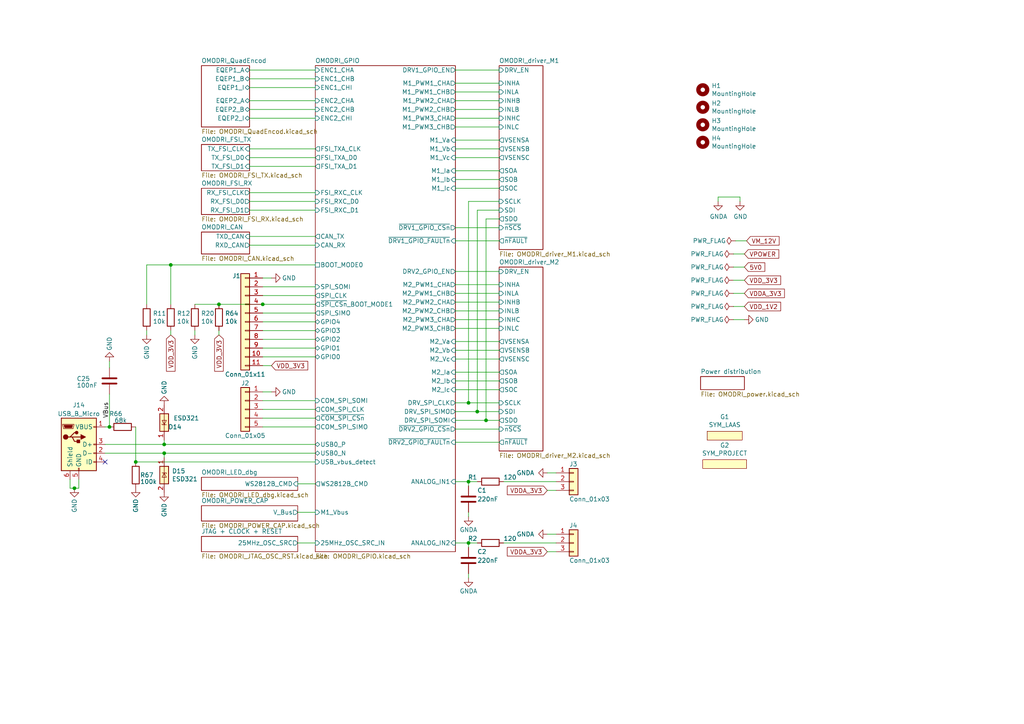
<source format=kicad_sch>
(kicad_sch (version 20211123) (generator eeschema)
  (paper "A4")
  (title_block (title "Open MOtor DRiver Initiative (OMODRI)") (date "2020-12-16") (rev "1.1") (company "LAAS/CNRS"))
  (lib_symbols
    (symbol "Connector_Generic:Conn_01x03" (pin_names (offset 1.016) hide)
      (property "Reference" "J" (at 0 5.08 0))
      (property "Value" "Conn_01x03" (at 0 -5.08 0))
      (symbol "Conn_01x03_1_1"
        (rectangle (start -1.27 -2.413) (end 0 -2.667) (stroke (width 0.1524)))
        (rectangle (start -1.27 0.127) (end 0 -0.127) (stroke (width 0.1524)))
        (rectangle (start -1.27 2.667) (end 0 2.413) (stroke (width 0.1524)))
        (rectangle (start -1.27 3.81) (end 1.27 -3.81) (stroke (width 0.254)) (fill (type background)))
        (pin passive line (at -5.08 2.54 0) (length 3.81) (name "Pin_1") (number "1"))
        (pin passive line (at -5.08 0 0) (length 3.81) (name "Pin_2") (number "2"))
        (pin passive line (at -5.08 -2.54 0) (length 3.81) (name "Pin_3") (number "3"))
      )
    )
    (symbol "Connector_Generic:Conn_01x05" (pin_names (offset 1.016) hide)
      (property "Reference" "J" (at 0 7.62 0))
      (property "Value" "Conn_01x05" (at 0 -7.62 0))
      (symbol "Conn_01x05_1_1"
        (rectangle (start -1.27 -4.953) (end 0 -5.207) (stroke (width 0.1524)))
        (rectangle (start -1.27 -2.413) (end 0 -2.667) (stroke (width 0.1524)))
        (rectangle (start -1.27 0.127) (end 0 -0.127) (stroke (width 0.1524)))
        (rectangle (start -1.27 2.667) (end 0 2.413) (stroke (width 0.1524)))
        (rectangle (start -1.27 5.207) (end 0 4.953) (stroke (width 0.1524)))
        (rectangle (start -1.27 6.35) (end 1.27 -6.35) (stroke (width 0.254)) (fill (type background)))
        (pin passive line (at -5.08 5.08 0) (length 3.81) (name "Pin_1") (number "1"))
        (pin passive line (at -5.08 2.54 0) (length 3.81) (name "Pin_2") (number "2"))
        (pin passive line (at -5.08 0 0) (length 3.81) (name "Pin_3") (number "3"))
        (pin passive line (at -5.08 -2.54 0) (length 3.81) (name "Pin_4") (number "4"))
        (pin passive line (at -5.08 -5.08 0) (length 3.81) (name "Pin_5") (number "5"))
      )
    )
    (symbol "Connector_Generic:Conn_01x11" (pin_names (offset 1.016) hide)
      (property "Reference" "J" (at 0 15.24 0))
      (property "Value" "Conn_01x11" (at 0 -15.24 0))
      (symbol "Conn_01x11_1_1"
        (rectangle (start -1.27 -12.573) (end 0 -12.827) (stroke (width 0.1524)))
        (rectangle (start -1.27 -10.033) (end 0 -10.287) (stroke (width 0.1524)))
        (rectangle (start -1.27 -7.493) (end 0 -7.747) (stroke (width 0.1524)))
        (rectangle (start -1.27 -4.953) (end 0 -5.207) (stroke (width 0.1524)))
        (rectangle (start -1.27 -2.413) (end 0 -2.667) (stroke (width 0.1524)))
        (rectangle (start -1.27 0.127) (end 0 -0.127) (stroke (width 0.1524)))
        (rectangle (start -1.27 2.667) (end 0 2.413) (stroke (width 0.1524)))
        (rectangle (start -1.27 5.207) (end 0 4.953) (stroke (width 0.1524)))
        (rectangle (start -1.27 7.747) (end 0 7.493) (stroke (width 0.1524)))
        (rectangle (start -1.27 10.287) (end 0 10.033) (stroke (width 0.1524)))
        (rectangle (start -1.27 12.827) (end 0 12.573) (stroke (width 0.1524)))
        (rectangle (start -1.27 13.97) (end 1.27 -13.97) (stroke (width 0.254)) (fill (type background)))
        (pin passive line (at -5.08 12.7 0) (length 3.81) (name "Pin_1") (number "1"))
        (pin passive line (at -5.08 -10.16 0) (length 3.81) (name "Pin_10") (number "10"))
        (pin passive line (at -5.08 -12.7 0) (length 3.81) (name "Pin_11") (number "11"))
        (pin passive line (at -5.08 10.16 0) (length 3.81) (name "Pin_2") (number "2"))
        (pin passive line (at -5.08 7.62 0) (length 3.81) (name "Pin_3") (number "3"))
        (pin passive line (at -5.08 5.08 0) (length 3.81) (name "Pin_4") (number "4"))
        (pin passive line (at -5.08 2.54 0) (length 3.81) (name "Pin_5") (number "5"))
        (pin passive line (at -5.08 0 0) (length 3.81) (name "Pin_6") (number "6"))
        (pin passive line (at -5.08 -2.54 0) (length 3.81) (name "Pin_7") (number "7"))
        (pin passive line (at -5.08 -5.08 0) (length 3.81) (name "Pin_8") (number "8"))
        (pin passive line (at -5.08 -7.62 0) (length 3.81) (name "Pin_9") (number "9"))
      )
    )
    (symbol "Device:C" (pin_numbers hide) (pin_names (offset 0.254))
      (property "Reference" "C" (at 0.635 2.54 0))
      (property "Value" "C" (at 0.635 -2.54 0))
      (symbol "C_0_1"
        (polyline (pts (xy -2.032 -0.762) (xy 2.032 -0.762)) (stroke (width 0.508)))
        (polyline (pts (xy -2.032 0.762) (xy 2.032 0.762)) (stroke (width 0.508)))
      )
      (symbol "C_1_1"
        (pin passive line (at 0 3.81 270) (length 2.794) (name "~") (number "1"))
        (pin passive line (at 0 -3.81 90) (length 2.794) (name "~") (number "2"))
      )
    )
    (symbol "Device:R" (pin_numbers hide) (pin_names (offset 0))
      (property "Reference" "R" (at 2.032 0 90))
      (property "Value" "R" (at 0 0 90))
      (symbol "R_0_1"
        (rectangle (start -1.016 -2.54) (end 1.016 2.54) (stroke (width 0.254)))
      )
      (symbol "R_1_1"
        (pin passive line (at 0 3.81 270) (length 1.27) (name "~") (number "1"))
        (pin passive line (at 0 -3.81 90) (length 1.27) (name "~") (number "2"))
      )
    )
    (symbol "Mechanical:MountingHole" (pin_names (offset 1.016))
      (property "Reference" "H" (at 0 5.08 0))
      (property "Value" "MountingHole" (at 0 3.175 0))
      (symbol "MountingHole_0_1"
        (circle (center 0 0) (radius 1.27) (stroke (width 1.27)))
      )
    )
    (symbol "omodri_lib:ESD321" (pin_names hide)
      (property "Reference" "D" (at 3.175 1.905 0))
      (property "Value" "ESD321" (at 1.905 -1.905 0))
      (symbol "ESD321_0_0"
        (pin passive line (at 0 -5.08 90) (length 2.54) (name "GND") (number "2"))
      )
      (symbol "ESD321_0_1"
        (rectangle (start -1.27 2.54) (end 1.27 -2.54) (stroke (width 0.254)) (fill (type background)))
        (polyline (pts (xy 0 2.54) (xy 0 -2.54)))
        (polyline (pts (xy -0.635 0.635) (xy 0.635 0.635) (xy 0.635 0.381)))
        (polyline (pts (xy -0.635 -0.635) (xy 0.635 -0.635) (xy 0 0.635) (xy -0.635 -0.635)))
      )
      (symbol "ESD321_1_1"
        (pin passive line (at 0 5.08 270) (length 2.54) (name "IO1") (number "1"))
      )
    )
    (symbol "omodri_lib:SYM_LAAS" (pin_names (offset 1.016))
      (property "Reference" "G" (at 0 5.08 0))
      (property "Value" "SYM_LAAS" (at 0 2.54 0))
      (symbol "SYM_LAAS_0_1"
        (rectangle (start -5.08 1.27) (end 5.08 -1.27) (fill (type background)))
      )
    )
    (symbol "omodri_lib:SYM_PROJECT" (pin_names (offset 1.016))
      (property "Reference" "G" (at 0 5.08 0))
      (property "Value" "SYM_PROJECT" (at 0 2.54 0))
      (symbol "SYM_PROJECT_0_1"
        (rectangle (start -6.35 1.27) (end 6.35 -1.27) (fill (type background)))
      )
    )
    (symbol "omodri_lib:USB_B_Micro" (pin_names (offset 1.016))
      (property "Reference" "J" (at -5.08 11.43 0))
      (property "Value" "USB_B_Micro" (at -5.08 8.89 0))
      (symbol "USB_B_Micro_0_1"
        (rectangle (start -5.08 -7.62) (end 5.08 7.62) (stroke (width 0.254)) (fill (type background)))
        (circle (center -3.81 2.159) (radius 0.635) (stroke (width 0.254)) (fill (type outline)))
        (circle (center -0.635 3.429) (radius 0.381) (stroke (width 0.254)) (fill (type outline)))
        (rectangle (start -0.127 -7.62) (end 0.127 -6.858))
        (polyline (pts (xy -1.905 2.159) (xy 0.635 2.159)) (stroke (width 0.254)))
        (polyline (pts (xy -3.175 2.159) (xy -2.54 2.159) (xy -1.27 3.429) (xy -0.635 3.429)) (stroke (width 0.254)))
        (polyline (pts (xy -2.54 2.159) (xy -1.905 2.159) (xy -1.27 0.889) (xy 0 0.889)) (stroke (width 0.254)))
        (polyline (pts (xy 0.635 2.794) (xy 0.635 1.524) (xy 1.905 2.159) (xy 0.635 2.794)) (stroke (width 0.254)) (fill (type outline)))
        (polyline (pts (xy -4.318 5.588) (xy -1.778 5.588) (xy -2.032 4.826) (xy -4.064 4.826) (xy -4.318 5.588)) (fill (type outline)))
        (polyline (pts (xy -4.699 5.842) (xy -4.699 5.588) (xy -4.445 4.826) (xy -4.445 4.572) (xy -1.651 4.572) (xy -1.651 4.826) (xy -1.397 5.588) (xy -1.397 5.842) (xy -4.699 5.842)))
        (rectangle (start 0.254 1.27) (end -0.508 0.508) (stroke (width 0.254)) (fill (type outline)))
        (rectangle (start 5.08 -5.207) (end 4.318 -4.953))
        (rectangle (start 5.08 -2.667) (end 4.318 -2.413))
        (rectangle (start 5.08 -0.127) (end 4.318 0.127))
        (rectangle (start 5.08 4.953) (end 4.318 5.207))
      )
      (symbol "USB_B_Micro_1_1"
        (pin power_out line (at 7.62 5.08 180) (length 2.54) (name "VBUS") (number "1"))
        (pin passive line (at 7.62 -2.54 180) (length 2.54) (name "D-") (number "2"))
        (pin passive line (at 7.62 0 180) (length 2.54) (name "D+") (number "3"))
        (pin passive line (at 7.62 -5.08 180) (length 2.54) (name "ID") (number "4"))
        (pin passive line (at 0 -10.16 90) (length 2.54) (name "GND") (number "5"))
        (pin passive line (at -2.54 -10.16 90) (length 2.54) (name "Shield") (number "6"))
      )
    )
    (symbol "power:GND" (power) (pin_names (offset 0))
      (property "Value" "GND" (at 0 -3.81 0))
      (symbol "GND_0_1"
        (polyline (pts (xy 0 0) (xy 0 -1.27) (xy 1.27 -1.27) (xy 0 -2.54) (xy -1.27 -1.27) (xy 0 -1.27)))
      )
      (symbol "GND_1_1"
        (pin power_in line (at 0 0 270) (length 0) hide (name "GND") (number "1"))
      )
    )
    (symbol "power:GNDA" (power) (pin_names (offset 0))
      (property "Value" "GNDA" (at 0 -3.81 0))
      (symbol "GNDA_0_1"
        (polyline (pts (xy 0 0) (xy 0 -1.27) (xy 1.27 -1.27) (xy 0 -2.54) (xy -1.27 -1.27) (xy 0 -1.27)))
      )
      (symbol "GNDA_1_1"
        (pin power_in line (at 0 0 270) (length 0) hide (name "GNDA") (number "1"))
      )
    )
    (symbol "power:PWR_FLAG" (power) (pin_numbers hide) (pin_names (offset 0) hide)
      (property "Value" "PWR_FLAG" (at 0 3.81 0))
      (symbol "PWR_FLAG_0_0"
        (pin power_out line (at 0 0 90) (length 0) (name "pwr") (number "1"))
      )
      (symbol "PWR_FLAG_0_1"
        (polyline (pts (xy 0 0) (xy 0 1.27) (xy -1.016 1.905) (xy 0 2.54) (xy 1.016 1.905) (xy 0 1.27)))
      )
    )
  )
  (junction (at 76.2 88.265))
  (junction (at 140.97 121.92))
  (junction (at 47.625 128.905))
  (junction (at 135.89 139.7))
  (junction (at 63.5 88.265))
  (junction (at 138.43 119.38))
  (junction (at 135.89 157.48))
  (junction (at 135.89 116.84))
  (junction (at 31.75 123.825))
  (junction (at 21.59 141.605))
  (junction (at 39.37 133.985))
  (junction (at 47.625 131.445))
  (junction (at 49.53 76.835))
  (no_connect (at 30.48 133.985))
  (wire (pts (xy 72.39 29.21) (xy 91.44 29.21)))
  (wire (pts (xy 132.08 69.85) (xy 144.78 69.85)))
  (wire (pts (xy 91.44 100.965) (xy 76.2 100.965)))
  (wire (pts (xy 91.44 83.185) (xy 76.2 83.185)))
  (wire (pts (xy 132.08 54.61) (xy 144.78 54.61)))
  (wire (pts (xy 132.08 95.25) (xy 144.78 95.25)))
  (wire (pts (xy 132.08 139.7) (xy 135.89 139.7)))
  (wire (pts (xy 208.28 57.15) (xy 214.63 57.15)))
  (wire (pts (xy 39.37 123.825) (xy 39.37 133.985)))
  (wire (pts (xy 42.545 97.155) (xy 42.545 95.885)))
  (wire (pts (xy 31.75 114.3) (xy 31.75 123.825)))
  (wire (pts (xy 56.515 97.155) (xy 56.515 95.885)))
  (wire (pts (xy 132.08 20.32) (xy 144.78 20.32)))
  (wire (pts (xy 132.08 104.14) (xy 144.78 104.14)))
  (wire (pts (xy 20.32 139.065) (xy 20.32 141.605)))
  (wire (pts (xy 78.74 113.665) (xy 76.2 113.665)))
  (wire (pts (xy 91.44 118.745) (xy 76.2 118.745)))
  (wire (pts (xy 76.2 88.265) (xy 91.44 88.265)))
  (wire (pts (xy 135.89 58.42) (xy 144.78 58.42)))
  (wire (pts (xy 132.08 119.38) (xy 138.43 119.38)))
  (wire (pts (xy 56.515 88.265) (xy 63.5 88.265)))
  (wire (pts (xy 78.74 106.045) (xy 76.2 106.045)))
  (wire (pts (xy 135.89 139.7) (xy 138.43 139.7)))
  (wire (pts (xy 158.75 154.94) (xy 161.29 154.94)))
  (wire (pts (xy 132.08 31.75) (xy 144.78 31.75)))
  (wire (pts (xy 72.39 48.26) (xy 91.44 48.26)))
  (wire (pts (xy 132.08 124.46) (xy 144.78 124.46)))
  (wire (pts (xy 135.89 139.7) (xy 135.89 140.97)))
  (wire (pts (xy 208.28 58.42) (xy 208.28 57.15)))
  (wire (pts (xy 138.43 119.38) (xy 144.78 119.38)))
  (wire (pts (xy 158.75 137.16) (xy 161.29 137.16)))
  (wire (pts (xy 91.44 123.825) (xy 76.2 123.825)))
  (wire (pts (xy 140.97 121.92) (xy 144.78 121.92)))
  (wire (pts (xy 158.75 160.02) (xy 161.29 160.02)))
  (wire (pts (xy 86.36 157.48) (xy 91.44 157.48)))
  (wire (pts (xy 91.44 60.96) (xy 72.39 60.96)))
  (wire (pts (xy 42.545 76.835) (xy 49.53 76.835)))
  (wire (pts (xy 132.08 24.13) (xy 144.78 24.13)))
  (wire (pts (xy 72.39 58.42) (xy 91.44 58.42)))
  (wire (pts (xy 132.08 116.84) (xy 135.89 116.84)))
  (wire (pts (xy 132.08 121.92) (xy 140.97 121.92)))
  (wire (pts (xy 132.08 29.21) (xy 144.78 29.21)))
  (wire (pts (xy 135.89 166.37) (xy 135.89 167.64)))
  (wire (pts (xy 138.43 60.96) (xy 144.78 60.96)))
  (wire (pts (xy 132.08 85.09) (xy 144.78 85.09)))
  (wire (pts (xy 91.44 45.72) (xy 72.39 45.72)))
  (wire (pts (xy 76.2 93.345) (xy 91.44 93.345)))
  (wire (pts (xy 132.08 52.07) (xy 144.78 52.07)))
  (wire (pts (xy 76.2 98.425) (xy 91.44 98.425)))
  (wire (pts (xy 42.545 76.835) (xy 42.545 88.265)))
  (wire (pts (xy 215.9 81.28) (xy 212.725 81.28)))
  (wire (pts (xy 138.43 119.38) (xy 138.43 60.96)))
  (wire (pts (xy 76.2 116.205) (xy 91.44 116.205)))
  (wire (pts (xy 76.2 121.285) (xy 91.44 121.285)))
  (wire (pts (xy 132.08 43.18) (xy 144.78 43.18)))
  (wire (pts (xy 216.535 69.85) (xy 213.36 69.85)))
  (wire (pts (xy 91.44 85.725) (xy 76.2 85.725)))
  (wire (pts (xy 86.36 140.335) (xy 91.44 140.335)))
  (wire (pts (xy 72.39 25.4) (xy 91.44 25.4)))
  (wire (pts (xy 91.44 22.86) (xy 72.39 22.86)))
  (wire (pts (xy 47.625 128.905) (xy 91.44 128.905)))
  (wire (pts (xy 72.39 68.58) (xy 91.44 68.58)))
  (wire (pts (xy 132.08 66.04) (xy 144.78 66.04)))
  (wire (pts (xy 76.2 103.505) (xy 91.44 103.505)))
  (wire (pts (xy 161.29 157.48) (xy 146.05 157.48)))
  (wire (pts (xy 21.59 141.605) (xy 22.86 141.605)))
  (wire (pts (xy 140.97 63.5) (xy 144.78 63.5)))
  (wire (pts (xy 132.08 157.48) (xy 135.89 157.48)))
  (wire (pts (xy 132.08 49.53) (xy 144.78 49.53)))
  (wire (pts (xy 135.89 157.48) (xy 135.89 158.75)))
  (wire (pts (xy 135.89 58.42) (xy 135.89 116.84)))
  (wire (pts (xy 135.89 149.86) (xy 135.89 148.59)))
  (wire (pts (xy 49.53 76.835) (xy 49.53 88.265)))
  (wire (pts (xy 63.5 88.265) (xy 76.2 88.265)))
  (wire (pts (xy 49.53 97.155) (xy 49.53 95.885)))
  (wire (pts (xy 132.08 128.27) (xy 144.78 128.27)))
  (wire (pts (xy 161.29 139.7) (xy 146.05 139.7)))
  (wire (pts (xy 86.36 148.59) (xy 91.44 148.59)))
  (wire (pts (xy 47.625 131.445) (xy 47.625 132.715)))
  (wire (pts (xy 132.08 40.64) (xy 144.78 40.64)))
  (wire (pts (xy 63.5 97.155) (xy 63.5 95.885)))
  (wire (pts (xy 132.08 45.72) (xy 144.78 45.72)))
  (wire (pts (xy 215.9 73.66) (xy 212.725 73.66)))
  (wire (pts (xy 22.86 141.605) (xy 22.86 139.065)))
  (wire (pts (xy 91.44 133.985) (xy 39.37 133.985)))
  (wire (pts (xy 132.08 110.49) (xy 144.78 110.49)))
  (wire (pts (xy 132.08 101.6) (xy 144.78 101.6)))
  (wire (pts (xy 135.89 157.48) (xy 138.43 157.48)))
  (wire (pts (xy 49.53 76.835) (xy 91.44 76.835)))
  (wire (pts (xy 132.08 107.95) (xy 144.78 107.95)))
  (wire (pts (xy 91.44 131.445) (xy 47.625 131.445)))
  (wire (pts (xy 135.89 116.84) (xy 144.78 116.84)))
  (wire (pts (xy 132.08 87.63) (xy 144.78 87.63)))
  (wire (pts (xy 215.9 85.09) (xy 212.725 85.09)))
  (wire (pts (xy 72.39 43.18) (xy 91.44 43.18)))
  (wire (pts (xy 72.39 20.32) (xy 91.44 20.32)))
  (wire (pts (xy 30.48 128.905) (xy 47.625 128.905)))
  (wire (pts (xy 132.08 78.74) (xy 144.78 78.74)))
  (wire (pts (xy 91.44 31.75) (xy 72.39 31.75)))
  (wire (pts (xy 140.97 121.92) (xy 140.97 63.5)))
  (wire (pts (xy 76.2 80.645) (xy 78.74 80.645)))
  (wire (pts (xy 158.75 142.24) (xy 161.29 142.24)))
  (wire (pts (xy 47.625 127.635) (xy 47.625 128.905)))
  (wire (pts (xy 91.44 71.12) (xy 72.39 71.12)))
  (wire (pts (xy 91.44 95.885) (xy 76.2 95.885)))
  (wire (pts (xy 215.9 77.47) (xy 212.725 77.47)))
  (wire (pts (xy 30.48 123.825) (xy 31.75 123.825)))
  (wire (pts (xy 215.9 92.71) (xy 212.725 92.71)))
  (wire (pts (xy 132.08 82.55) (xy 144.78 82.55)))
  (wire (pts (xy 91.44 55.88) (xy 72.39 55.88)))
  (wire (pts (xy 132.08 113.03) (xy 144.78 113.03)))
  (wire (pts (xy 132.08 92.71) (xy 144.78 92.71)))
  (wire (pts (xy 132.08 90.17) (xy 144.78 90.17)))
  (wire (pts (xy 30.48 131.445) (xy 47.625 131.445)))
  (wire (pts (xy 132.08 26.67) (xy 144.78 26.67)))
  (wire (pts (xy 214.63 57.15) (xy 214.63 58.42)))
  (wire (pts (xy 132.08 34.29) (xy 144.78 34.29)))
  (wire (pts (xy 91.44 90.805) (xy 76.2 90.805)))
  (wire (pts (xy 31.75 104.775) (xy 31.75 106.68)))
  (wire (pts (xy 132.08 99.06) (xy 144.78 99.06)))
  (wire (pts (xy 72.39 34.29) (xy 91.44 34.29)))
  (wire (pts (xy 20.32 141.605) (xy 21.59 141.605)))
  (wire (pts (xy 215.9 88.9) (xy 212.725 88.9)))
  (wire (pts (xy 132.08 36.83) (xy 144.78 36.83)))
  (label "VBus" (at 31.75 121.285 90))
  (global_label "VDD_1V2" (shape input) (at 215.9 88.9 0) (property "Références Inter-Feuilles" "${INTERSHEET_REFS}" (effects hide)))
  (global_label "VDD_3V3" (shape input) (at 49.53 97.155 270) (property "Références Inter-Feuilles" "${INTERSHEET_REFS}" (effects hide)))
  (global_label "VDD_3V3" (shape input) (at 63.5 97.155 270) (property "Références Inter-Feuilles" "${INTERSHEET_REFS}" (effects hide)))
  (global_label "VM_12V" (shape input) (at 216.535 69.85 0) (property "Références Inter-Feuilles" "${INTERSHEET_REFS}" (effects hide)))
  (global_label "VDDA_3V3" (shape input) (at 158.75 142.24 180) (property "Références Inter-Feuilles" "${INTERSHEET_REFS}" (effects hide)))
  (global_label "VPOWER" (shape input) (at 215.9 73.66 0) (property "Références Inter-Feuilles" "${INTERSHEET_REFS}" (effects hide)))
  (global_label "5V0" (shape input) (at 215.9 77.47 0) (property "Références Inter-Feuilles" "${INTERSHEET_REFS}" (effects hide)))
  (global_label "VDDA_3V3" (shape input) (at 158.75 160.02 180) (property "Références Inter-Feuilles" "${INTERSHEET_REFS}" (effects hide)))
  (global_label "VDDA_3V3" (shape input) (at 215.9 85.09 0) (property "Références Inter-Feuilles" "${INTERSHEET_REFS}" (effects hide)))
  (global_label "VDD_3V3" (shape input) (at 215.9 81.28 0) (property "Références Inter-Feuilles" "${INTERSHEET_REFS}" (effects hide)))
  (global_label "VDD_3V3" (shape input) (at 78.74 106.045 0) (property "Références Inter-Feuilles" "${INTERSHEET_REFS}" (effects hide)))
  (symbol (lib_id "power:PWR_FLAG") (at 212.725 92.71 90) (unit 1)
    (property "Reference" "#FLG06" (effects hide))
    (property "Value" "PWR_FLAG" (at 205.105 92.71 90))
  )
  (symbol (lib_id "Connector_Generic:Conn_01x11") (at 71.12 93.345 0) (mirror y) (unit 1)
    (property "Reference" "J1" (at 68.58 80.01 0))
    (property "Value" "Conn_01x11" (at 71.12 108.585 0))
    (property "Footprint" "udriver3:Hirose_DF13-11P-1.25DSA_1x11_P1.25mm_Vertical" (effects hide))
    (property "DigiKey" "DF13-11P-1.25DSA-ND" (effects hide))
    (property "Mouser" "798-DF13-11P-1.25DSA" (effects hide))
    (property "Part No" "DF13-11P-1.25DSA" (effects hide))
  )
  (symbol (lib_id "power:GND") (at 215.9 92.71 90) (unit 1)
    (property "Reference" "#PWR05" (effects hide))
    (property "Value" "GND" (at 220.98 92.71 90))
  )
  (symbol (lib_id "Connector_Generic:Conn_01x05") (at 71.12 118.745 0) (mirror y) (unit 1)
    (property "Reference" "J2" (at 71.12 111.125 0))
    (property "Value" "Conn_01x05" (at 71.12 126.365 0))
    (property "Footprint" "udriver3:Hirose_DF13-05P-1.25DSA_1x05_P1.25mm_Vertical" (effects hide))
    (property "DigiKey" "H2194-ND" (effects hide))
    (property "Farnell" "2427589" (effects hide))
    (property "Mouser" "798-DF13-5P-1.25DSA" (effects hide))
    (property "Part No" "DF13-5P-1.25DSA" (effects hide))
    (property "RS" "503-7912" (effects hide))
  )
  (symbol (lib_id "power:GND") (at 78.74 113.665 90) (unit 1)
    (property "Reference" "#PWR06" (effects hide))
    (property "Value" "GND" (at 83.82 113.665 90))
  )
  (symbol (lib_id "Mechanical:MountingHole") (at 203.835 26.035 0) (unit 1)
    (property "Reference" "H1" (at 206.375 24.8666 0) (effects (justify left)))
    (property "Value" "MountingHole" (at 206.375 27.178 0) (effects (justify left)))
    (property "Footprint" "MountingHole:MountingHole_2.2mm_M2" (effects hide))
  )
  (symbol (lib_id "Mechanical:MountingHole") (at 203.835 31.115 0) (unit 1)
    (property "Reference" "H2" (at 206.375 29.9466 0) (effects (justify left)))
    (property "Value" "MountingHole" (at 206.375 32.258 0) (effects (justify left)))
    (property "Footprint" "MountingHole:MountingHole_2.2mm_M2" (effects hide))
  )
  (symbol (lib_id "Mechanical:MountingHole") (at 203.835 36.195 0) (unit 1)
    (property "Reference" "H3" (at 206.375 35.0266 0) (effects (justify left)))
    (property "Value" "MountingHole" (at 206.375 37.338 0) (effects (justify left)))
    (property "Footprint" "MountingHole:MountingHole_2.2mm_M2" (effects hide))
  )
  (symbol (lib_id "Mechanical:MountingHole") (at 203.835 41.275 0) (unit 1)
    (property "Reference" "H4" (at 206.375 40.1066 0) (effects (justify left)))
    (property "Value" "MountingHole" (at 206.375 42.418 0) (effects (justify left)))
    (property "Footprint" "MountingHole:MountingHole_2.2mm_M2" (effects hide))
  )
  (symbol (lib_id "power:PWR_FLAG") (at 212.725 77.47 90) (unit 1)
    (property "Reference" "#FLG02" (effects hide))
    (property "Value" "PWR_FLAG" (at 205.105 77.47 90))
  )
  (symbol (lib_id "power:PWR_FLAG") (at 212.725 81.28 90) (unit 1)
    (property "Reference" "#FLG03" (effects hide))
    (property "Value" "PWR_FLAG" (at 205.105 81.28 90))
  )
  (symbol (lib_id "power:PWR_FLAG") (at 212.725 85.09 90) (unit 1)
    (property "Reference" "#FLG04" (effects hide))
    (property "Value" "PWR_FLAG" (at 205.105 85.09 90))
  )
  (symbol (lib_id "power:PWR_FLAG") (at 212.725 88.9 90) (unit 1)
    (property "Reference" "#FLG05" (effects hide))
    (property "Value" "PWR_FLAG" (at 205.105 88.9 90))
  )
  (symbol (lib_id "Connector_Generic:Conn_01x03") (at 166.37 139.7 0) (unit 1)
    (property "Reference" "J3" (at 165.1 134.62 0) (effects (justify left)))
    (property "Value" "Conn_01x03" (at 165.1 144.78 0) (effects (justify left)))
    (property "Footprint" "udriver3:Hirose_DF13-03P-1.25DSA_1x03_P1.25mm_Vertical" (effects hide))
    (property "DigiKey" "H2192-ND" (effects hide))
    (property "Farnell" "2916340" (effects hide))
    (property "Mouser" "798-DF13-3P-1.25DSA" (effects hide))
    (property "Part No" "DF13-3P-1.25DSA" (effects hide))
    (property "RS" "175-0666" (effects hide))
  )
  (symbol (lib_id "power:GNDA") (at 158.75 137.16 270) (unit 1)
    (property "Reference" "#PWR07" (effects hide))
    (property "Value" "GNDA" (at 152.4 137.16 90))
  )
  (symbol (lib_id "power:GND") (at 78.74 80.645 90) (unit 1)
    (property "Reference" "#PWR03" (effects hide))
    (property "Value" "GND" (at 83.82 80.645 90))
  )
  (symbol (lib_id "Device:R") (at 142.24 139.7 90) (unit 1)
    (property "Reference" "R1" (at 138.43 138.43 90) (effects (justify left)))
    (property "Value" "120" (at 149.86 138.43 90) (effects (justify left)))
    (property "Footprint" "Resistor_SMD:R_0201_0603Metric" (effects hide))
    (property "DigiKey" "P122692CT-ND" (effects hide))
    (property "Farnell" "2396857" (effects hide))
    (property "Mouser" "667-ERJ-1GNF1200C" (effects hide))
    (property "Part No" "ERJ-1GNF1200C" (effects hide))
  )
  (symbol (lib_id "Device:C") (at 135.89 144.78 0) (unit 1)
    (property "Reference" "C1" (at 138.43 142.24 0) (effects (justify left)))
    (property "Value" "220nF" (at 138.43 144.78 0) (effects (justify left)))
    (property "Footprint" "Capacitor_SMD:C_0201_0603Metric" (effects hide))
    (property "DigiKey" "490-17040-1-ND" (effects hide))
    (property "Farnell" "3582770" (effects hide))
    (property "Mouser" "81-GRM033R61C224KE4D" (effects hide))
    (property "Part No" "GRM033R61C224KE14D" (effects hide))
    (property "Rated Voltage" "25V" (effects hide))
  )
  (symbol (lib_id "power:GNDA") (at 135.89 149.86 0) (unit 1)
    (property "Reference" "#PWR08" (effects hide))
    (property "Value" "GNDA" (at 135.89 153.67 0))
  )
  (symbol (lib_id "Connector_Generic:Conn_01x03") (at 166.37 157.48 0) (unit 1)
    (property "Reference" "J4" (at 165.1 152.4 0) (effects (justify left)))
    (property "Value" "Conn_01x03" (at 165.1 162.56 0) (effects (justify left)))
    (property "Footprint" "udriver3:Hirose_DF13-03P-1.25DSA_1x03_P1.25mm_Vertical" (effects hide))
    (property "DigiKey" "H2192-ND" (effects hide))
    (property "Farnell" "2916340" (effects hide))
    (property "Mouser" "798-DF13-3P-1.25DSA" (effects hide))
    (property "Part No" "DF13-3P-1.25DSA" (effects hide))
    (property "RS" "175-0666" (effects hide))
  )
  (symbol (lib_id "power:GNDA") (at 158.75 154.94 270) (unit 1)
    (property "Reference" "#PWR09" (effects hide))
    (property "Value" "GNDA" (at 152.4 154.94 90))
  )
  (symbol (lib_id "Device:R") (at 142.24 157.48 90) (unit 1)
    (property "Reference" "R2" (at 138.43 156.21 90) (effects (justify left)))
    (property "Value" "120" (at 149.86 156.21 90) (effects (justify left)))
    (property "Footprint" "Resistor_SMD:R_0201_0603Metric" (effects hide))
    (property "DigiKey" "P122692CT-ND" (effects hide))
    (property "Farnell" "2396857" (effects hide))
    (property "Mouser" "667-ERJ-1GNF1200C" (effects hide))
    (property "Part No" "ERJ-1GNF1200C" (effects hide))
  )
  (symbol (lib_id "Device:C") (at 135.89 162.56 0) (unit 1)
    (property "Reference" "C2" (at 138.43 160.02 0) (effects (justify left)))
    (property "Value" "220nF" (at 138.43 162.56 0) (effects (justify left)))
    (property "Footprint" "Capacitor_SMD:C_0201_0603Metric" (effects hide))
    (property "DigiKey" "490-17040-1-ND" (effects hide))
    (property "Farnell" "3582770" (effects hide))
    (property "Mouser" "81-GRM033R61C224KE4D" (effects hide))
    (property "Part No" "GRM033R61C224KE14D" (effects hide))
    (property "Rated Voltage" "25V" (effects hide))
  )
  (symbol (lib_id "power:GNDA") (at 135.89 167.64 0) (unit 1)
    (property "Reference" "#PWR010" (effects hide))
    (property "Value" "GNDA" (at 135.89 171.45 0))
  )
  (symbol (lib_id "omodri_lib:SYM_LAAS") (at 210.185 126.365 0) (unit 1)
    (property "Reference" "G1" (at 210.185 120.904 0))
    (property "Value" "SYM_LAAS" (at 210.185 123.2154 0))
    (property "Footprint" "udriver3:logo_laas" (effects hide))
  )
  (symbol (lib_id "omodri_lib:SYM_PROJECT") (at 210.185 134.62 0) (unit 1)
    (property "Reference" "G2" (at 210.185 129.159 0))
    (property "Value" "SYM_PROJECT" (at 210.185 131.4704 0))
    (property "Footprint" "udriver3:logo_OpenHardware" (effects hide))
  )
  (symbol (lib_id "omodri_lib:USB_B_Micro") (at 22.86 128.905 0) (unit 1)
    (property "Reference" "J14" (at 22.86 117.475 0))
    (property "Value" "USB_B_Micro" (at 22.86 120.015 0))
    (property "Footprint" "udriver3:USB_Micro-B_Molex_47346-0001" (effects hide))
    (property "DigiKey" "WM17141CT-ND" (effects hide))
    (property "Farnell" "1568026" (effects hide))
    (property "Mouser" "538-47346-0001" (effects hide))
    (property "Part No" "473460001" (effects hide))
    (property "RS" "702-5475" (effects hide))
  )
  (symbol (lib_id "power:GND") (at 21.59 141.605 0) (unit 1)
    (property "Reference" "#PWR047" (effects hide))
    (property "Value" "GND" (at 21.59 146.685 90))
  )
  (symbol (lib_id "Device:C") (at 31.75 110.49 0) (unit 1)
    (property "Reference" "C25" (at 22.225 109.855 0) (effects (justify left)))
    (property "Value" "100nF" (at 22.225 111.76 0) (effects (justify left)))
    (property "Footprint" "Capacitor_SMD:C_0201_0603Metric" (effects hide))
    (property "Part No" "GRM033R61E104KE14J" (effects hide))
    (property "Rated Voltage" "10V" (effects hide))
    (property "Farnell" "3790414" (effects hide))
    (property "RS" "185-2066" (effects hide))
    (property "Mouser" "81-GRM033R61E104KE4J" (effects hide))
    (property "DigiKey" "490-14571-1-ND" (effects hide))
  )
  (symbol (lib_id "power:GND") (at 31.75 104.775 180) (unit 1)
    (property "Reference" "#PWR04" (effects hide))
    (property "Value" "GND" (at 31.75 99.695 90))
  )
  (symbol (lib_id "omodri_lib:ESD321") (at 47.625 137.795 0) (unit 1)
    (property "Reference" "D15" (at 49.8602 136.6266 0) (effects (justify left)))
    (property "Value" "ESD321" (at 49.8602 138.938 0) (effects (justify left)))
    (property "Footprint" "Diode_SMD:D_0402_1005Metric" (effects hide))
    (property "Datasheet" "https://www.ti.com/lit/ds/symlink/esd321.pdf" (effects hide))
    (property "DigiKey" "296-51108-1-ND" (effects hide))
    (property "Mouser" "595-ESD321DPYR" (effects hide))
    (property "Part No" "ESD321DPYR" (effects hide))
  )
  (symbol (lib_id "omodri_lib:ESD321") (at 47.625 122.555 180) (unit 1)
    (property "Reference" "D14" (at 52.705 123.825 0) (effects (justify left)))
    (property "Value" "ESD321" (at 57.785 121.285 0) (effects (justify left)))
    (property "Footprint" "Diode_SMD:D_0402_1005Metric" (effects hide))
    (property "Datasheet" "https://www.ti.com/lit/ds/symlink/esd321.pdf" (effects hide))
    (property "DigiKey" "296-51108-1-ND" (effects hide))
    (property "Mouser" "595-ESD321DPYR" (effects hide))
    (property "Part No" "ESD321DPYR" (effects hide))
  )
  (symbol (lib_id "power:GND") (at 47.625 142.875 0) (unit 1)
    (property "Reference" "#PWR048" (effects hide))
    (property "Value" "GND" (at 47.625 147.955 90))
  )
  (symbol (lib_id "power:GND") (at 47.625 117.475 180) (unit 1)
    (property "Reference" "#PWR022" (effects hide))
    (property "Value" "GND" (at 47.625 112.395 90))
  )
  (symbol (lib_id "Device:R") (at 63.5 92.075 0) (unit 1)
    (property "Reference" "R64" (at 65.278 90.9066 0) (effects (justify left)))
    (property "Value" "10k" (at 65.278 93.218 0) (effects (justify left)))
    (property "Footprint" "Resistor_SMD:R_0201_0603Metric" (effects hide))
    (property "DigiKey" "P122414CT-ND" (effects hide))
    (property "Farnell" "2302362" (effects hide))
    (property "Mouser" "667-ERJ-1GNF1002C" (effects hide))
    (property "Part No" "ERJ-1GNF1002C" (effects hide))
    (property "RS" "176-3597" (effects hide))
  )
  (symbol (lib_id "Device:R") (at 56.515 92.075 0) (unit 1)
    (property "Reference" "R20" (at 58.293 90.9066 0) (effects (justify left)))
    (property "Value" "10k" (at 58.293 93.218 0) (effects (justify left)))
    (property "Footprint" "Resistor_SMD:R_0201_0603Metric" (effects hide))
    (property "DigiKey" "P122414CT-ND" (effects hide))
    (property "Farnell" "2302362" (effects hide))
    (property "Mouser" "667-ERJ-1GNF1002C" (effects hide))
    (property "Part No" "ERJ-1GNF1002C" (effects hide))
    (property "RS" "176-3597" (effects hide))
  )
  (symbol (lib_id "power:GND") (at 56.515 97.155 0) (unit 1)
    (property "Reference" "#PWR060" (effects hide))
    (property "Value" "GND" (at 56.515 102.235 90))
  )
  (symbol (lib_id "Device:R") (at 49.53 92.075 0) (unit 1)
    (property "Reference" "R12" (at 51.308 90.9066 0) (effects (justify left)))
    (property "Value" "10k" (at 51.308 93.218 0) (effects (justify left)))
    (property "Footprint" "Resistor_SMD:R_0201_0603Metric" (effects hide))
    (property "DigiKey" "P122414CT-ND" (effects hide))
    (property "Farnell" "2302362" (effects hide))
    (property "Mouser" "667-ERJ-1GNF1002C" (effects hide))
    (property "Part No" "ERJ-1GNF1002C" (effects hide))
    (property "RS" "176-3597" (effects hide))
  )
  (symbol (lib_id "Device:R") (at 42.545 92.075 0) (unit 1)
    (property "Reference" "R11" (at 44.323 90.9066 0) (effects (justify left)))
    (property "Value" "10k" (at 44.323 93.218 0) (effects (justify left)))
    (property "Footprint" "Resistor_SMD:R_0201_0603Metric" (effects hide))
    (property "DigiKey" "P122414CT-ND" (effects hide))
    (property "Farnell" "2302362" (effects hide))
    (property "Mouser" "667-ERJ-1GNF1002C" (effects hide))
    (property "Part No" "ERJ-1GNF1002C" (effects hide))
    (property "RS" "176-3597" (effects hide))
  )
  (symbol (lib_id "power:GND") (at 42.545 97.155 0) (unit 1)
    (property "Reference" "#PWR049" (effects hide))
    (property "Value" "GND" (at 42.545 102.235 90))
  )
  (symbol (lib_id "power:GND") (at 214.63 58.42 0) (unit 1)
    (property "Reference" "#PWR02" (effects hide))
    (property "Value" "GND" (at 214.757 62.8142 0))
  )
  (symbol (lib_id "power:GNDA") (at 208.28 58.42 0) (unit 1)
    (property "Reference" "#PWR01" (effects hide))
    (property "Value" "GNDA" (at 208.407 62.8142 0))
  )
  (symbol (lib_id "Device:R") (at 35.56 123.825 90) (unit 1)
    (property "Reference" "R66" (at 35.56 120.015 90) (effects (justify left)))
    (property "Value" "68k" (at 36.83 121.92 90) (effects (justify left)))
    (property "Footprint" "Resistor_SMD:R_0201_0603Metric" (effects hide))
    (property "DigiKey" "P123361CT-ND" (effects hide))
    (property "Farnell" "3303304" (effects hide))
    (property "Mouser" "667-ERJ-1GNJ683C" (effects hide))
    (property "Part No" "ERJ1GNJ683C" (effects hide))
  )
  (symbol (lib_id "Device:R") (at 39.37 137.795 0) (unit 1)
    (property "Reference" "R67" (at 40.64 137.795 0) (effects (justify left)))
    (property "Value" "100k" (at 40.64 139.7 0) (effects (justify left)))
    (property "Footprint" "Resistor_SMD:R_0201_0603Metric" (effects hide))
    (property "DigiKey" "P122655CT-ND" (effects hide))
    (property "Farnell" "2302389" (effects hide))
    (property "Mouser" "667-ERJ-1GNF1003C" (effects hide))
    (property "Part No" "ERJ-1GNF1003C" (effects hide))
    (property "RS" "179-7130" (effects hide))
  )
  (symbol (lib_id "power:GND") (at 39.37 141.605 0) (unit 1)
    (property "Reference" "#PWR0141" (effects hide))
    (property "Value" "GND" (at 39.37 146.685 90))
  )
  (symbol (lib_id "power:PWR_FLAG") (at 212.725 73.66 90) (unit 1)
    (property "Reference" "#FLG01" (effects hide))
    (property "Value" "PWR_FLAG" (at 205.105 73.66 90))
  )
  (symbol (lib_id "power:PWR_FLAG") (at 213.36 69.85 90) (unit 1)
    (property "Reference" "#FLG0101" (effects hide))
    (property "Value" "PWR_FLAG" (at 205.74 69.85 90))
  )
  (sheet (at 203.2 109.22) (size 12.7 3.81)
    (property "Sheet name" "Power distribution" (at 203.2 108.5084 0) (effects (justify left bottom)))
    (property "Sheet file" "OMODRI_power.kicad_sch" (at 203.2 113.6146 0) (effects (justify left top)))
  )
  (sheet (at 91.44 19.05) (size 40.64 140.97)
    (property "Sheet name" "OMODRI_GPIO" (at 91.44 18.3384 0) (effects (justify left bottom)))
    (property "Sheet file" "OMODRI_GPIO.kicad_sch" (at 91.44 160.6046 0) (effects (justify left top)))
    (pin "ENC1_CHA" input (at 91.44 20.32 180))
    (pin "ENC1_CHB" input (at 91.44 22.86 180))
    (pin "ENC1_CHI" input (at 91.44 25.4 180))
    (pin "ENC2_CHA" input (at 91.44 29.21 180))
    (pin "ENC2_CHB" input (at 91.44 31.75 180))
    (pin "ENC2_CHI" input (at 91.44 34.29 180))
    (pin "DRV_SPI_SIMO" output (at 132.08 119.38 0))
    (pin "DRV_SPI_SOMI" input (at 132.08 121.92 0))
    (pin "DRV_SPI_CLK" output (at 132.08 116.84 0))
    (pin "DRV1_GPIO_EN" output (at 132.08 20.32 0))
    (pin "DRV2_GPIO_EN" output (at 132.08 78.74 0))
    (pin "COM_SPI_SIMO" output (at 91.44 123.825 180))
    (pin "COM_SPI_SOMI" input (at 91.44 116.205 180))
    (pin "COM_SPI_CLK" output (at 91.44 118.745 180))
    (pin "M1_PWM1_CHA" output (at 132.08 24.13 0))
    (pin "M1_PWM1_CHB" output (at 132.08 26.67 0))
    (pin "M1_PWM2_CHA" output (at 132.08 29.21 0))
    (pin "M1_PWM2_CHB" output (at 132.08 31.75 0))
    (pin "M1_PWM3_CHA" output (at 132.08 34.29 0))
    (pin "M1_PWM3_CHB" output (at 132.08 36.83 0))
    (pin "M2_PWM1_CHA" output (at 132.08 82.55 0))
    (pin "M2_PWM1_CHB" output (at 132.08 85.09 0))
    (pin "M2_PWM2_CHA" output (at 132.08 87.63 0))
    (pin "M2_PWM2_CHB" output (at 132.08 90.17 0))
    (pin "M2_PWM3_CHA" output (at 132.08 92.71 0))
    (pin "M2_PWM3_CHB" output (at 132.08 95.25 0))
    (pin "M1_Ia" input (at 132.08 49.53 0))
    (pin "M1_Ib" input (at 132.08 52.07 0))
    (pin "M1_Ic" input (at 132.08 54.61 0))
    (pin "M2_Ia" input (at 132.08 107.95 0))
    (pin "M2_Ib" input (at 132.08 110.49 0))
    (pin "M2_Ic" input (at 132.08 113.03 0))
    (pin "M1_Va" input (at 132.08 40.64 0))
    (pin "M1_Vb" input (at 132.08 43.18 0))
    (pin "M1_Vc" input (at 132.08 45.72 0))
    (pin "M2_Va" input (at 132.08 99.06 0))
    (pin "M2_Vb" input (at 132.08 101.6 0))
    (pin "M2_Vc" input (at 132.08 104.14 0))
    (pin "M1_Vbus" input (at 91.44 148.59 180))
    (pin "~{DRV1_GPIO_CSn}" output (at 132.08 66.04 0))
    (pin "~{DRV1_GPIO_FAULTn}" input (at 132.08 69.85 0))
    (pin "~{DRV2_GPIO_CSn}" output (at 132.08 124.46 0))
    (pin "~{DRV2_GPIO_FAULTn}" input (at 132.08 128.27 0))
    (pin "CAN_TX" output (at 91.44 68.58 180))
    (pin "CAN_RX" input (at 91.44 71.12 180))
    (pin "FSI_TXA_CLK" output (at 91.44 43.18 180))
    (pin "FSI_TXA_D0" output (at 91.44 45.72 180))
    (pin "FSI_TXA_D1" output (at 91.44 48.26 180))
    (pin "ANALOG_IN1" input (at 132.08 139.7 0))
    (pin "ANALOG_IN2" input (at 132.08 157.48 0))
    (pin "~{COM_SPI_CSn}" output (at 91.44 121.285 180))
    (pin "WS2812B_CMD" output (at 91.44 140.335 180))
    (pin "GPIO0" bidirectional (at 91.44 103.505 180))
    (pin "GPIO1" bidirectional (at 91.44 100.965 180))
    (pin "GPIO2" bidirectional (at 91.44 98.425 180))
    (pin "GPIO3" bidirectional (at 91.44 95.885 180))
    (pin "GPIO4" bidirectional (at 91.44 93.345 180))
    (pin "SPI_SIMO" output (at 91.44 90.805 180))
    (pin "SPI_SOMI" input (at 91.44 83.185 180))
    (pin "SPI_CLK" output (at 91.44 85.725 180))
    (pin "FSI_RXC_CLK" input (at 91.44 55.88 180))
    (pin "FSI_RXC_D0" input (at 91.44 58.42 180))
    (pin "FSI_RXC_D1" input (at 91.44 60.96 180))
    (pin "USB0_N" bidirectional (at 91.44 131.445 180))
    (pin "USB0_P" bidirectional (at 91.44 128.905 180))
    (pin "~{SPI_CSn}_BOOT_MODE1" output (at 91.44 88.265 180))
    (pin "BOOT_MODE0" passive (at 91.44 76.835 180))
    (pin "25MHz_OSC_SRC_IN" input (at 91.44 157.48 180))
    (pin "USB_vbus_detect" input (at 91.44 133.985 180))
  )
  (sheet (at 58.42 19.05) (size 13.97 17.78)
    (property "Sheet name" "OMODRI_QuadEncod" (at 58.42 18.3384 0) (effects (justify left bottom)))
    (property "Sheet file" "OMODRI_QuadEncod.kicad_sch" (at 58.42 37.4146 0) (effects (justify left top)))
    (pin "EQEP1_A" bidirectional (at 72.39 20.32 0))
    (pin "EQEP1_B" bidirectional (at 72.39 22.86 0))
    (pin "EQEP1_I" bidirectional (at 72.39 25.4 0))
    (pin "EQEP2_A" bidirectional (at 72.39 29.21 0))
    (pin "EQEP2_B" bidirectional (at 72.39 31.75 0))
    (pin "EQEP2_I" bidirectional (at 72.39 34.29 0))
  )
  (sheet (at 58.42 67.31) (size 13.97 6.35)
    (property "Sheet name" "OMODRI_CAN" (at 58.42 66.5984 0) (effects (justify left bottom)))
    (property "Sheet file" "OMODRI_CAN.kicad_sch" (at 58.42 74.2446 0) (effects (justify left top)))
    (pin "TXD_CAN" input (at 72.39 68.58 0))
    (pin "RXD_CAN" output (at 72.39 71.12 0))
  )
  (sheet (at 58.42 54.61) (size 13.97 7.62)
    (property "Sheet name" "OMODRI_FSI_RX" (at 58.42 53.8984 0) (effects (justify left bottom)))
    (property "Sheet file" "OMODRI_FSI_RX.kicad_sch" (at 58.42 62.8146 0) (effects (justify left top)))
    (pin "RX_FSI_D0" output (at 72.39 58.42 0))
    (pin "RX_FSI_D1" output (at 72.39 60.96 0))
    (pin "RX_FSI_CLK" output (at 72.39 55.88 0))
  )
  (sheet (at 58.42 155.575) (size 27.94 4.445)
    (property "Sheet name" "JTAG + CLOCK + RESET" (at 58.42 154.8634 0) (effects (justify left bottom)))
    (property "Sheet file" "OMODRI_JTAG_OSC_RST.kicad_sch" (at 58.42 160.6046 0) (effects (justify left top)))
    (pin "25MHz_OSC_SRC" output (at 86.36 157.48 0))
  )
  (sheet (at 58.42 41.91) (size 13.97 7.62)
    (property "Sheet name" "OMODRI_FSI_TX" (at 58.42 41.1984 0) (effects (justify left bottom)))
    (property "Sheet file" "OMODRI_FSI_TX.kicad_sch" (at 58.42 50.1146 0) (effects (justify left top)))
    (pin "TX_FSI_CLK" input (at 72.39 43.18 0))
    (pin "TX_FSI_D0" input (at 72.39 45.72 0))
    (pin "TX_FSI_D1" input (at 72.39 48.26 0))
  )
  (sheet (at 144.78 19.05) (size 12.7 53.34)
    (property "Sheet name" "OMODRI_driver_M1" (at 144.78 18.3384 0) (effects (justify left bottom)))
    (property "Sheet file" "OMODRI_driver_M1.kicad_sch" (at 144.78 72.9746 0) (effects (justify left top)))
    (pin "INHA" input (at 144.78 24.13 180))
    (pin "INLA" input (at 144.78 26.67 180))
    (pin "INHB" input (at 144.78 29.21 180))
    (pin "INLB" input (at 144.78 31.75 180))
    (pin "INHC" input (at 144.78 34.29 180))
    (pin "INLC" input (at 144.78 36.83 180))
    (pin "DRV_EN" input (at 144.78 20.32 180))
    (pin "SOC" output (at 144.78 54.61 180))
    (pin "SOB" output (at 144.78 52.07 180))
    (pin "SOA" output (at 144.78 49.53 180))
    (pin "SCLK" input (at 144.78 58.42 180))
    (pin "SDI" input (at 144.78 60.96 180))
    (pin "SDO" output (at 144.78 63.5 180))
    (pin "~{nFAULT}" output (at 144.78 69.85 180))
    (pin "~{nSCS}" input (at 144.78 66.04 180))
    (pin "VSENSA" output (at 144.78 40.64 180))
    (pin "VSENSB" output (at 144.78 43.18 180))
    (pin "VSENSC" output (at 144.78 45.72 180))
  )
  (sheet (at 144.78 77.47) (size 12.7 53.34)
    (property "Sheet name" "OMODRI_driver_M2" (at 144.78 76.7584 0) (effects (justify left bottom)))
    (property "Sheet file" "OMODRI_driver_M2.kicad_sch" (at 144.78 131.3946 0) (effects (justify left top)))
    (pin "INHA" input (at 144.78 82.55 180))
    (pin "INLA" input (at 144.78 85.09 180))
    (pin "INHB" input (at 144.78 87.63 180))
    (pin "INLB" input (at 144.78 90.17 180))
    (pin "INHC" input (at 144.78 92.71 180))
    (pin "INLC" input (at 144.78 95.25 180))
    (pin "DRV_EN" input (at 144.78 78.74 180))
    (pin "SOC" output (at 144.78 113.03 180))
    (pin "SOB" output (at 144.78 110.49 180))
    (pin "SOA" output (at 144.78 107.95 180))
    (pin "SCLK" input (at 144.78 116.84 180))
    (pin "SDI" input (at 144.78 119.38 180))
    (pin "SDO" output (at 144.78 121.92 180))
    (pin "~{nFAULT}" output (at 144.78 128.27 180))
    (pin "~{nSCS}" input (at 144.78 124.46 180))
    (pin "VSENSA" output (at 144.78 99.06 180))
    (pin "VSENSB" output (at 144.78 101.6 180))
    (pin "VSENSC" output (at 144.78 104.14 180))
  )
  (sheet (at 58.42 146.685) (size 27.94 4.445)
    (property "Sheet name" "OMODRI_POWER_CAP" (at 58.42 145.9734 0) (effects (justify left bottom)))
    (property "Sheet file" "OMODRI_POWER_CAP.kicad_sch" (at 58.42 151.7146 0) (effects (justify left top)))
    (pin "V_Bus" output (at 86.36 148.59 0))
  )
  (sheet (at 58.42 138.43) (size 27.94 3.81)
    (property "Sheet name" "OMODRI_LED_dbg" (at 58.42 137.7184 0) (effects (justify left bottom)))
    (property "Sheet file" "OMODRI_LED_dbg.kicad_sch" (at 58.42 142.8246 0) (effects (justify left top)))
    (pin "WS2812B_CMD" input (at 86.36 140.335 0))
  )
)
</source>
